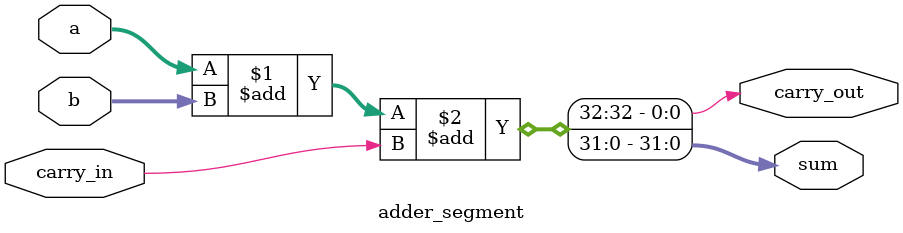
<source format=v>
`timescale 1ns / 1ps

module adder_segment #(parameter WIDTH = 32) (
    input  [WIDTH-1:0]  a,
    input  [WIDTH-1:0]  b,
    input               carry_in,
    output [WIDTH-1:0]  sum,
    output              carry_out
  );
  
  assign {carry_out, sum} = a + b + carry_in;
  
  //assign sum = a + b + carry_in;

endmodule


</source>
